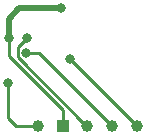
<source format=gbr>
%TF.GenerationSoftware,KiCad,Pcbnew,(5.1.8)-1*%
%TF.CreationDate,2021-01-17T17:02:30+01:00*%
%TF.ProjectId,feikController pedal,6665696b-436f-46e7-9472-6f6c6c657220,rev?*%
%TF.SameCoordinates,Original*%
%TF.FileFunction,Copper,L2,Bot*%
%TF.FilePolarity,Positive*%
%FSLAX46Y46*%
G04 Gerber Fmt 4.6, Leading zero omitted, Abs format (unit mm)*
G04 Created by KiCad (PCBNEW (5.1.8)-1) date 2021-01-17 17:02:30*
%MOMM*%
%LPD*%
G01*
G04 APERTURE LIST*
%TA.AperFunction,SMDPad,CuDef*%
%ADD10C,1.000000*%
%TD*%
%TA.AperFunction,SMDPad,CuDef*%
%ADD11R,1.000000X1.000000*%
%TD*%
%TA.AperFunction,ViaPad*%
%ADD12C,0.800000*%
%TD*%
%TA.AperFunction,Conductor*%
%ADD13C,0.250000*%
%TD*%
%TA.AperFunction,Conductor*%
%ADD14C,0.500000*%
%TD*%
G04 APERTURE END LIST*
D10*
%TO.P,ICSPCLK,1*%
%TO.N,/ICSPCLK*%
X181508400Y-113258600D03*
%TD*%
%TO.P,ICSPDAT,1*%
%TO.N,/ICSPDAT*%
X179400200Y-113258600D03*
%TD*%
%TO.P,VSS,1*%
%TO.N,GND*%
X177292000Y-113258600D03*
%TD*%
D11*
%TO.P,VDD,1*%
%TO.N,+3V3*%
X175183800Y-113258600D03*
%TD*%
D10*
%TO.P,VPP/~MCLR,1*%
%TO.N,/VPP\u005C~MCLR*%
X173075600Y-113258600D03*
%TD*%
D12*
%TO.N,GND*%
X172186600Y-105816400D03*
%TO.N,+3V3*%
X170611800Y-105841800D03*
X175031400Y-103276400D03*
%TO.N,/VPP\u005C~MCLR*%
X170586400Y-109626400D03*
%TO.N,/ICSPDAT*%
X172110400Y-107086400D03*
%TO.N,/ICSPCLK*%
X175806100Y-107569002D03*
%TD*%
D13*
%TO.N,GND*%
X177292000Y-113258600D02*
X177209598Y-113258600D01*
X171385399Y-106617601D02*
X172186600Y-105816400D01*
X171385399Y-107434401D02*
X171385399Y-106617601D01*
X177209598Y-113258600D02*
X171385399Y-107434401D01*
D14*
%TO.N,+3V3*%
X170611800Y-105841800D02*
X170611800Y-104190800D01*
X171526200Y-103276400D02*
X175031400Y-103276400D01*
X170611800Y-104190800D02*
X171526200Y-103276400D01*
D13*
X175183800Y-113258600D02*
X175183800Y-111912400D01*
X175183800Y-111912400D02*
X170611800Y-107340400D01*
X170611800Y-107340400D02*
X170611800Y-105841800D01*
%TO.N,/VPP\u005C~MCLR*%
X173075600Y-113258600D02*
X171221400Y-113258600D01*
X171221400Y-113258600D02*
X170586400Y-112623600D01*
X170586400Y-112623600D02*
X170586400Y-109626400D01*
%TO.N,/ICSPDAT*%
X179400200Y-113258600D02*
X173228000Y-107086400D01*
X173228000Y-107086400D02*
X172110400Y-107086400D01*
%TO.N,/ICSPCLK*%
X181508400Y-113258600D02*
X175818802Y-107569002D01*
X175818802Y-107569002D02*
X175806100Y-107569002D01*
%TD*%
M02*

</source>
